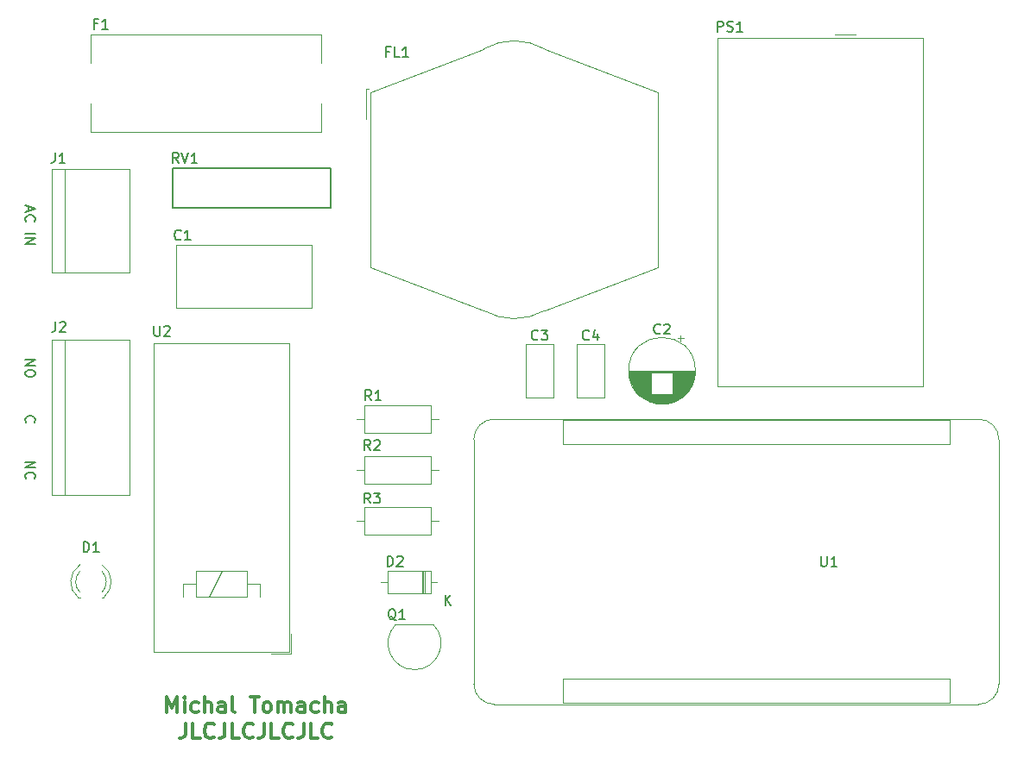
<source format=gto>
G04 #@! TF.GenerationSoftware,KiCad,Pcbnew,(5.1.10)-1*
G04 #@! TF.CreationDate,2021-12-02T13:22:16+01:00*
G04 #@! TF.ProjectId,brama,6272616d-612e-46b6-9963-61645f706362,rev?*
G04 #@! TF.SameCoordinates,Original*
G04 #@! TF.FileFunction,Legend,Top*
G04 #@! TF.FilePolarity,Positive*
%FSLAX46Y46*%
G04 Gerber Fmt 4.6, Leading zero omitted, Abs format (unit mm)*
G04 Created by KiCad (PCBNEW (5.1.10)-1) date 2021-12-02 13:22:16*
%MOMM*%
%LPD*%
G01*
G04 APERTURE LIST*
%ADD10C,0.300000*%
%ADD11C,0.150000*%
%ADD12C,0.120000*%
%ADD13C,3.200000*%
%ADD14C,1.600000*%
%ADD15C,3.000000*%
%ADD16R,3.000000X3.000000*%
%ADD17O,1.600000X1.600000*%
%ADD18C,1.524000*%
%ADD19R,1.524000X1.524000*%
%ADD20R,1.050000X1.500000*%
%ADD21O,1.050000X1.500000*%
%ADD22C,2.300000*%
%ADD23R,2.000000X2.300000*%
%ADD24C,2.000000*%
%ADD25R,2.000000X2.000000*%
%ADD26C,2.540000*%
%ADD27C,1.800000*%
%ADD28R,1.600000X1.600000*%
%ADD29R,1.800000X1.800000*%
G04 APERTURE END LIST*
D10*
X167450000Y-99803571D02*
X167450000Y-98303571D01*
X167950000Y-99375000D01*
X168450000Y-98303571D01*
X168450000Y-99803571D01*
X169164285Y-99803571D02*
X169164285Y-98803571D01*
X169164285Y-98303571D02*
X169092857Y-98375000D01*
X169164285Y-98446428D01*
X169235714Y-98375000D01*
X169164285Y-98303571D01*
X169164285Y-98446428D01*
X170521428Y-99732142D02*
X170378571Y-99803571D01*
X170092857Y-99803571D01*
X169950000Y-99732142D01*
X169878571Y-99660714D01*
X169807142Y-99517857D01*
X169807142Y-99089285D01*
X169878571Y-98946428D01*
X169950000Y-98875000D01*
X170092857Y-98803571D01*
X170378571Y-98803571D01*
X170521428Y-98875000D01*
X171164285Y-99803571D02*
X171164285Y-98303571D01*
X171807142Y-99803571D02*
X171807142Y-99017857D01*
X171735714Y-98875000D01*
X171592857Y-98803571D01*
X171378571Y-98803571D01*
X171235714Y-98875000D01*
X171164285Y-98946428D01*
X173164285Y-99803571D02*
X173164285Y-99017857D01*
X173092857Y-98875000D01*
X172950000Y-98803571D01*
X172664285Y-98803571D01*
X172521428Y-98875000D01*
X173164285Y-99732142D02*
X173021428Y-99803571D01*
X172664285Y-99803571D01*
X172521428Y-99732142D01*
X172450000Y-99589285D01*
X172450000Y-99446428D01*
X172521428Y-99303571D01*
X172664285Y-99232142D01*
X173021428Y-99232142D01*
X173164285Y-99160714D01*
X174092857Y-99803571D02*
X173950000Y-99732142D01*
X173878571Y-99589285D01*
X173878571Y-98303571D01*
X175592857Y-98303571D02*
X176450000Y-98303571D01*
X176021428Y-99803571D02*
X176021428Y-98303571D01*
X177164285Y-99803571D02*
X177021428Y-99732142D01*
X176950000Y-99660714D01*
X176878571Y-99517857D01*
X176878571Y-99089285D01*
X176950000Y-98946428D01*
X177021428Y-98875000D01*
X177164285Y-98803571D01*
X177378571Y-98803571D01*
X177521428Y-98875000D01*
X177592857Y-98946428D01*
X177664285Y-99089285D01*
X177664285Y-99517857D01*
X177592857Y-99660714D01*
X177521428Y-99732142D01*
X177378571Y-99803571D01*
X177164285Y-99803571D01*
X178307142Y-99803571D02*
X178307142Y-98803571D01*
X178307142Y-98946428D02*
X178378571Y-98875000D01*
X178521428Y-98803571D01*
X178735714Y-98803571D01*
X178878571Y-98875000D01*
X178950000Y-99017857D01*
X178950000Y-99803571D01*
X178950000Y-99017857D02*
X179021428Y-98875000D01*
X179164285Y-98803571D01*
X179378571Y-98803571D01*
X179521428Y-98875000D01*
X179592857Y-99017857D01*
X179592857Y-99803571D01*
X180950000Y-99803571D02*
X180950000Y-99017857D01*
X180878571Y-98875000D01*
X180735714Y-98803571D01*
X180450000Y-98803571D01*
X180307142Y-98875000D01*
X180950000Y-99732142D02*
X180807142Y-99803571D01*
X180450000Y-99803571D01*
X180307142Y-99732142D01*
X180235714Y-99589285D01*
X180235714Y-99446428D01*
X180307142Y-99303571D01*
X180450000Y-99232142D01*
X180807142Y-99232142D01*
X180950000Y-99160714D01*
X182307142Y-99732142D02*
X182164285Y-99803571D01*
X181878571Y-99803571D01*
X181735714Y-99732142D01*
X181664285Y-99660714D01*
X181592857Y-99517857D01*
X181592857Y-99089285D01*
X181664285Y-98946428D01*
X181735714Y-98875000D01*
X181878571Y-98803571D01*
X182164285Y-98803571D01*
X182307142Y-98875000D01*
X182950000Y-99803571D02*
X182950000Y-98303571D01*
X183592857Y-99803571D02*
X183592857Y-99017857D01*
X183521428Y-98875000D01*
X183378571Y-98803571D01*
X183164285Y-98803571D01*
X183021428Y-98875000D01*
X182950000Y-98946428D01*
X184950000Y-99803571D02*
X184950000Y-99017857D01*
X184878571Y-98875000D01*
X184735714Y-98803571D01*
X184450000Y-98803571D01*
X184307142Y-98875000D01*
X184950000Y-99732142D02*
X184807142Y-99803571D01*
X184450000Y-99803571D01*
X184307142Y-99732142D01*
X184235714Y-99589285D01*
X184235714Y-99446428D01*
X184307142Y-99303571D01*
X184450000Y-99232142D01*
X184807142Y-99232142D01*
X184950000Y-99160714D01*
X169271428Y-100853571D02*
X169271428Y-101925000D01*
X169200000Y-102139285D01*
X169057142Y-102282142D01*
X168842857Y-102353571D01*
X168700000Y-102353571D01*
X170700000Y-102353571D02*
X169985714Y-102353571D01*
X169985714Y-100853571D01*
X172057142Y-102210714D02*
X171985714Y-102282142D01*
X171771428Y-102353571D01*
X171628571Y-102353571D01*
X171414285Y-102282142D01*
X171271428Y-102139285D01*
X171200000Y-101996428D01*
X171128571Y-101710714D01*
X171128571Y-101496428D01*
X171200000Y-101210714D01*
X171271428Y-101067857D01*
X171414285Y-100925000D01*
X171628571Y-100853571D01*
X171771428Y-100853571D01*
X171985714Y-100925000D01*
X172057142Y-100996428D01*
X173128571Y-100853571D02*
X173128571Y-101925000D01*
X173057142Y-102139285D01*
X172914285Y-102282142D01*
X172700000Y-102353571D01*
X172557142Y-102353571D01*
X174557142Y-102353571D02*
X173842857Y-102353571D01*
X173842857Y-100853571D01*
X175914285Y-102210714D02*
X175842857Y-102282142D01*
X175628571Y-102353571D01*
X175485714Y-102353571D01*
X175271428Y-102282142D01*
X175128571Y-102139285D01*
X175057142Y-101996428D01*
X174985714Y-101710714D01*
X174985714Y-101496428D01*
X175057142Y-101210714D01*
X175128571Y-101067857D01*
X175271428Y-100925000D01*
X175485714Y-100853571D01*
X175628571Y-100853571D01*
X175842857Y-100925000D01*
X175914285Y-100996428D01*
X176985714Y-100853571D02*
X176985714Y-101925000D01*
X176914285Y-102139285D01*
X176771428Y-102282142D01*
X176557142Y-102353571D01*
X176414285Y-102353571D01*
X178414285Y-102353571D02*
X177700000Y-102353571D01*
X177700000Y-100853571D01*
X179771428Y-102210714D02*
X179700000Y-102282142D01*
X179485714Y-102353571D01*
X179342857Y-102353571D01*
X179128571Y-102282142D01*
X178985714Y-102139285D01*
X178914285Y-101996428D01*
X178842857Y-101710714D01*
X178842857Y-101496428D01*
X178914285Y-101210714D01*
X178985714Y-101067857D01*
X179128571Y-100925000D01*
X179342857Y-100853571D01*
X179485714Y-100853571D01*
X179700000Y-100925000D01*
X179771428Y-100996428D01*
X180842857Y-100853571D02*
X180842857Y-101925000D01*
X180771428Y-102139285D01*
X180628571Y-102282142D01*
X180414285Y-102353571D01*
X180271428Y-102353571D01*
X182271428Y-102353571D02*
X181557142Y-102353571D01*
X181557142Y-100853571D01*
X183628571Y-102210714D02*
X183557142Y-102282142D01*
X183342857Y-102353571D01*
X183200000Y-102353571D01*
X182985714Y-102282142D01*
X182842857Y-102139285D01*
X182771428Y-101996428D01*
X182700000Y-101710714D01*
X182700000Y-101496428D01*
X182771428Y-101210714D01*
X182842857Y-101067857D01*
X182985714Y-100925000D01*
X183200000Y-100853571D01*
X183342857Y-100853571D01*
X183557142Y-100925000D01*
X183628571Y-100996428D01*
D11*
X153642857Y-71309523D02*
X153595238Y-71261904D01*
X153547619Y-71119047D01*
X153547619Y-71023809D01*
X153595238Y-70880952D01*
X153690476Y-70785714D01*
X153785714Y-70738095D01*
X153976190Y-70690476D01*
X154119047Y-70690476D01*
X154309523Y-70738095D01*
X154404761Y-70785714D01*
X154500000Y-70880952D01*
X154547619Y-71023809D01*
X154547619Y-71119047D01*
X154500000Y-71261904D01*
X154452380Y-71309523D01*
X153547619Y-65190476D02*
X154547619Y-65190476D01*
X153547619Y-65761904D01*
X154547619Y-65761904D01*
X154547619Y-66428571D02*
X154547619Y-66619047D01*
X154500000Y-66714285D01*
X154404761Y-66809523D01*
X154214285Y-66857142D01*
X153880952Y-66857142D01*
X153690476Y-66809523D01*
X153595238Y-66714285D01*
X153547619Y-66619047D01*
X153547619Y-66428571D01*
X153595238Y-66333333D01*
X153690476Y-66238095D01*
X153880952Y-66190476D01*
X154214285Y-66190476D01*
X154404761Y-66238095D01*
X154500000Y-66333333D01*
X154547619Y-66428571D01*
X153547619Y-75214285D02*
X154547619Y-75214285D01*
X153547619Y-75785714D01*
X154547619Y-75785714D01*
X153642857Y-76833333D02*
X153595238Y-76785714D01*
X153547619Y-76642857D01*
X153547619Y-76547619D01*
X153595238Y-76404761D01*
X153690476Y-76309523D01*
X153785714Y-76261904D01*
X153976190Y-76214285D01*
X154119047Y-76214285D01*
X154309523Y-76261904D01*
X154404761Y-76309523D01*
X154500000Y-76404761D01*
X154547619Y-76547619D01*
X154547619Y-76642857D01*
X154500000Y-76785714D01*
X154452380Y-76833333D01*
X153833333Y-50119047D02*
X153833333Y-50595238D01*
X153547619Y-50023809D02*
X154547619Y-50357142D01*
X153547619Y-50690476D01*
X153642857Y-51595238D02*
X153595238Y-51547619D01*
X153547619Y-51404761D01*
X153547619Y-51309523D01*
X153595238Y-51166666D01*
X153690476Y-51071428D01*
X153785714Y-51023809D01*
X153976190Y-50976190D01*
X154119047Y-50976190D01*
X154309523Y-51023809D01*
X154404761Y-51071428D01*
X154500000Y-51166666D01*
X154547619Y-51309523D01*
X154547619Y-51404761D01*
X154500000Y-51547619D01*
X154452380Y-51595238D01*
X153547619Y-52785714D02*
X154547619Y-52785714D01*
X153547619Y-53261904D02*
X154547619Y-53261904D01*
X153547619Y-53833333D01*
X154547619Y-53833333D01*
D12*
X210370000Y-68870000D02*
X207630000Y-68870000D01*
X210370000Y-63630000D02*
X207630000Y-63630000D01*
X207630000Y-63630000D02*
X207630000Y-68870000D01*
X210370000Y-63630000D02*
X210370000Y-68870000D01*
X205370000Y-68870000D02*
X202630000Y-68870000D01*
X205370000Y-63630000D02*
X202630000Y-63630000D01*
X202630000Y-63630000D02*
X202630000Y-68870000D01*
X205370000Y-63630000D02*
X205370000Y-68870000D01*
X156190000Y-46460000D02*
X156190000Y-56620000D01*
X163810000Y-46460000D02*
X156190000Y-46460000D01*
X163810000Y-56620000D02*
X163810000Y-46460000D01*
X156190000Y-56620000D02*
X163810000Y-56620000D01*
X157460000Y-56620000D02*
X157460000Y-46460000D01*
X194120000Y-76000000D02*
X193350000Y-76000000D01*
X186040000Y-76000000D02*
X186810000Y-76000000D01*
X193350000Y-74630000D02*
X186810000Y-74630000D01*
X193350000Y-77370000D02*
X193350000Y-74630000D01*
X186810000Y-77370000D02*
X193350000Y-77370000D01*
X186810000Y-74630000D02*
X186810000Y-77370000D01*
X193350000Y-72370000D02*
X193350000Y-69630000D01*
X193350000Y-69630000D02*
X186810000Y-69630000D01*
X186810000Y-69630000D02*
X186810000Y-72370000D01*
X186810000Y-72370000D02*
X193350000Y-72370000D01*
X194120000Y-71000000D02*
X193350000Y-71000000D01*
X186040000Y-71000000D02*
X186810000Y-71000000D01*
X206250000Y-98890000D02*
X206250000Y-96510000D01*
X206250000Y-96510000D02*
X244190000Y-96510000D01*
X244190000Y-98890000D02*
X206250000Y-98890000D01*
X244190000Y-96510000D02*
X244190000Y-98890000D01*
X206250000Y-71110000D02*
X244190000Y-71110000D01*
X206250000Y-73490000D02*
X206250000Y-71110000D01*
X244190000Y-73490000D02*
X206250000Y-73490000D01*
X244190000Y-71110000D02*
X244190000Y-73490000D01*
X199540000Y-99000000D02*
X247040000Y-99000000D01*
X247040000Y-71000000D02*
X199540000Y-71000000D01*
X197540000Y-73000000D02*
X197540000Y-97000000D01*
X249040000Y-73000000D02*
X249040000Y-97000000D01*
X199540000Y-99000000D02*
G75*
G02*
X197540000Y-97000000I0J2000000D01*
G01*
X197540000Y-73000000D02*
G75*
G02*
X199540000Y-71000000I2000000J0D01*
G01*
X247040000Y-71000000D02*
G75*
G02*
X249040000Y-73000000I0J-2000000D01*
G01*
X249040000Y-97000000D02*
G75*
G02*
X247040000Y-99000000I-2000000J0D01*
G01*
X193530000Y-91150000D02*
X189930000Y-91150000D01*
X189891522Y-91161522D02*
G75*
G03*
X191730000Y-95600000I1838478J-1838478D01*
G01*
X193568478Y-91161522D02*
G75*
G02*
X191730000Y-95600000I-1838478J-1838478D01*
G01*
X156190000Y-63210000D02*
X163810000Y-63210000D01*
X156190000Y-78450000D02*
X163810000Y-78450000D01*
X157460000Y-63210000D02*
X157460000Y-78450000D01*
X163810000Y-63210000D02*
X163810000Y-78450000D01*
X156190000Y-63210000D02*
X156190000Y-78450000D01*
X235000000Y-33210000D02*
X232990000Y-33210000D01*
X241600000Y-67800000D02*
X241600000Y-33600000D01*
X221400000Y-67800000D02*
X241600000Y-67800000D01*
X221400000Y-33600000D02*
X221400000Y-67800000D01*
X241600000Y-33600000D02*
X221400000Y-33600000D01*
X187380000Y-38910000D02*
X198500000Y-34660000D01*
X204500000Y-34660000D02*
X215620000Y-38910000D01*
X215620000Y-38910000D02*
X215620000Y-56090000D01*
X215620000Y-56090000D02*
X204500000Y-60340000D01*
X198500000Y-60340000D02*
X187380000Y-56090000D01*
X187380000Y-56090000D02*
X187380000Y-38910000D01*
X187000000Y-38580000D02*
X187250000Y-38580000D01*
X187000000Y-38580000D02*
X187000000Y-41580000D01*
X198479348Y-60328076D02*
G75*
G03*
X204500000Y-60340000I3020652J5208076D01*
G01*
X204520652Y-34671924D02*
G75*
G03*
X198500000Y-34660000I-3020652J-5208076D01*
G01*
X171540000Y-88460000D02*
X172810000Y-85920000D01*
X170270000Y-88460000D02*
X170270000Y-85920000D01*
X176560000Y-87210000D02*
X176560000Y-88460000D01*
X175290000Y-87190000D02*
X176560000Y-87190000D01*
X175290000Y-85920000D02*
X170270000Y-85920000D01*
X175290000Y-88460000D02*
X175290000Y-85920000D01*
X170270000Y-88460000D02*
X175290000Y-88460000D01*
X169000000Y-87190000D02*
X170270000Y-87190000D01*
X169000000Y-88460000D02*
X169000000Y-87190000D01*
X179610000Y-94050000D02*
X177660000Y-94050000D01*
X179610000Y-92100000D02*
X179610000Y-94050000D01*
X166150000Y-93850000D02*
X166150000Y-63550000D01*
X166150000Y-63550000D02*
X179410000Y-63550000D01*
X166150000Y-93850000D02*
X179410000Y-93850000D01*
X179410000Y-93850000D02*
X179410000Y-63550000D01*
D11*
X183500000Y-46350000D02*
X168000000Y-46350000D01*
X183500000Y-50250000D02*
X168000000Y-50250000D01*
X168000000Y-50250000D02*
X168000000Y-46350000D01*
X183500000Y-50250000D02*
X183500000Y-46350000D01*
D12*
X193350000Y-82370000D02*
X193350000Y-79630000D01*
X193350000Y-79630000D02*
X186810000Y-79630000D01*
X186810000Y-79630000D02*
X186810000Y-82370000D01*
X186810000Y-82370000D02*
X193350000Y-82370000D01*
X194120000Y-81000000D02*
X193350000Y-81000000D01*
X186040000Y-81000000D02*
X186810000Y-81000000D01*
X182600000Y-42800000D02*
X182600000Y-40000000D01*
X182600000Y-36000000D02*
X182600000Y-33200000D01*
X160000000Y-36000000D02*
X160000000Y-33200000D01*
X160000000Y-33200000D02*
X182600000Y-33200000D01*
X160000000Y-42800000D02*
X182600000Y-42800000D01*
X160000000Y-42800000D02*
X160000000Y-40000000D01*
X193310000Y-88120000D02*
X193310000Y-85880000D01*
X193310000Y-85880000D02*
X189070000Y-85880000D01*
X189070000Y-85880000D02*
X189070000Y-88120000D01*
X189070000Y-88120000D02*
X193310000Y-88120000D01*
X193960000Y-87000000D02*
X193310000Y-87000000D01*
X188420000Y-87000000D02*
X189070000Y-87000000D01*
X192590000Y-88120000D02*
X192590000Y-85880000D01*
X192470000Y-88120000D02*
X192470000Y-85880000D01*
X192710000Y-88120000D02*
X192710000Y-85880000D01*
X158764000Y-88540000D02*
X158920000Y-88540000D01*
X161080000Y-88540000D02*
X161236000Y-88540000D01*
X161079837Y-85938870D02*
G75*
G02*
X161080000Y-88020961I-1079837J-1041130D01*
G01*
X158920163Y-85938870D02*
G75*
G03*
X158920000Y-88020961I1079837J-1041130D01*
G01*
X161078608Y-85307665D02*
G75*
G02*
X161235516Y-88540000I-1078608J-1672335D01*
G01*
X158921392Y-85307665D02*
G75*
G03*
X158764484Y-88540000I1078608J-1672335D01*
G01*
X219270000Y-66250000D02*
G75*
G03*
X219270000Y-66250000I-3270000J0D01*
G01*
X219230000Y-66250000D02*
X212770000Y-66250000D01*
X219230000Y-66290000D02*
X212770000Y-66290000D01*
X219230000Y-66330000D02*
X212770000Y-66330000D01*
X219228000Y-66370000D02*
X212772000Y-66370000D01*
X219227000Y-66410000D02*
X212773000Y-66410000D01*
X219224000Y-66450000D02*
X212776000Y-66450000D01*
X219222000Y-66490000D02*
X217040000Y-66490000D01*
X214960000Y-66490000D02*
X212778000Y-66490000D01*
X219218000Y-66530000D02*
X217040000Y-66530000D01*
X214960000Y-66530000D02*
X212782000Y-66530000D01*
X219215000Y-66570000D02*
X217040000Y-66570000D01*
X214960000Y-66570000D02*
X212785000Y-66570000D01*
X219211000Y-66610000D02*
X217040000Y-66610000D01*
X214960000Y-66610000D02*
X212789000Y-66610000D01*
X219206000Y-66650000D02*
X217040000Y-66650000D01*
X214960000Y-66650000D02*
X212794000Y-66650000D01*
X219201000Y-66690000D02*
X217040000Y-66690000D01*
X214960000Y-66690000D02*
X212799000Y-66690000D01*
X219195000Y-66730000D02*
X217040000Y-66730000D01*
X214960000Y-66730000D02*
X212805000Y-66730000D01*
X219189000Y-66770000D02*
X217040000Y-66770000D01*
X214960000Y-66770000D02*
X212811000Y-66770000D01*
X219182000Y-66810000D02*
X217040000Y-66810000D01*
X214960000Y-66810000D02*
X212818000Y-66810000D01*
X219175000Y-66850000D02*
X217040000Y-66850000D01*
X214960000Y-66850000D02*
X212825000Y-66850000D01*
X219167000Y-66890000D02*
X217040000Y-66890000D01*
X214960000Y-66890000D02*
X212833000Y-66890000D01*
X219159000Y-66930000D02*
X217040000Y-66930000D01*
X214960000Y-66930000D02*
X212841000Y-66930000D01*
X219150000Y-66971000D02*
X217040000Y-66971000D01*
X214960000Y-66971000D02*
X212850000Y-66971000D01*
X219141000Y-67011000D02*
X217040000Y-67011000D01*
X214960000Y-67011000D02*
X212859000Y-67011000D01*
X219131000Y-67051000D02*
X217040000Y-67051000D01*
X214960000Y-67051000D02*
X212869000Y-67051000D01*
X219121000Y-67091000D02*
X217040000Y-67091000D01*
X214960000Y-67091000D02*
X212879000Y-67091000D01*
X219110000Y-67131000D02*
X217040000Y-67131000D01*
X214960000Y-67131000D02*
X212890000Y-67131000D01*
X219098000Y-67171000D02*
X217040000Y-67171000D01*
X214960000Y-67171000D02*
X212902000Y-67171000D01*
X219086000Y-67211000D02*
X217040000Y-67211000D01*
X214960000Y-67211000D02*
X212914000Y-67211000D01*
X219074000Y-67251000D02*
X217040000Y-67251000D01*
X214960000Y-67251000D02*
X212926000Y-67251000D01*
X219061000Y-67291000D02*
X217040000Y-67291000D01*
X214960000Y-67291000D02*
X212939000Y-67291000D01*
X219047000Y-67331000D02*
X217040000Y-67331000D01*
X214960000Y-67331000D02*
X212953000Y-67331000D01*
X219033000Y-67371000D02*
X217040000Y-67371000D01*
X214960000Y-67371000D02*
X212967000Y-67371000D01*
X219018000Y-67411000D02*
X217040000Y-67411000D01*
X214960000Y-67411000D02*
X212982000Y-67411000D01*
X219002000Y-67451000D02*
X217040000Y-67451000D01*
X214960000Y-67451000D02*
X212998000Y-67451000D01*
X218986000Y-67491000D02*
X217040000Y-67491000D01*
X214960000Y-67491000D02*
X213014000Y-67491000D01*
X218970000Y-67531000D02*
X217040000Y-67531000D01*
X214960000Y-67531000D02*
X213030000Y-67531000D01*
X218952000Y-67571000D02*
X217040000Y-67571000D01*
X214960000Y-67571000D02*
X213048000Y-67571000D01*
X218934000Y-67611000D02*
X217040000Y-67611000D01*
X214960000Y-67611000D02*
X213066000Y-67611000D01*
X218916000Y-67651000D02*
X217040000Y-67651000D01*
X214960000Y-67651000D02*
X213084000Y-67651000D01*
X218896000Y-67691000D02*
X217040000Y-67691000D01*
X214960000Y-67691000D02*
X213104000Y-67691000D01*
X218876000Y-67731000D02*
X217040000Y-67731000D01*
X214960000Y-67731000D02*
X213124000Y-67731000D01*
X218856000Y-67771000D02*
X217040000Y-67771000D01*
X214960000Y-67771000D02*
X213144000Y-67771000D01*
X218834000Y-67811000D02*
X217040000Y-67811000D01*
X214960000Y-67811000D02*
X213166000Y-67811000D01*
X218812000Y-67851000D02*
X217040000Y-67851000D01*
X214960000Y-67851000D02*
X213188000Y-67851000D01*
X218790000Y-67891000D02*
X217040000Y-67891000D01*
X214960000Y-67891000D02*
X213210000Y-67891000D01*
X218766000Y-67931000D02*
X217040000Y-67931000D01*
X214960000Y-67931000D02*
X213234000Y-67931000D01*
X218742000Y-67971000D02*
X217040000Y-67971000D01*
X214960000Y-67971000D02*
X213258000Y-67971000D01*
X218716000Y-68011000D02*
X217040000Y-68011000D01*
X214960000Y-68011000D02*
X213284000Y-68011000D01*
X218690000Y-68051000D02*
X217040000Y-68051000D01*
X214960000Y-68051000D02*
X213310000Y-68051000D01*
X218664000Y-68091000D02*
X217040000Y-68091000D01*
X214960000Y-68091000D02*
X213336000Y-68091000D01*
X218636000Y-68131000D02*
X217040000Y-68131000D01*
X214960000Y-68131000D02*
X213364000Y-68131000D01*
X218607000Y-68171000D02*
X217040000Y-68171000D01*
X214960000Y-68171000D02*
X213393000Y-68171000D01*
X218578000Y-68211000D02*
X217040000Y-68211000D01*
X214960000Y-68211000D02*
X213422000Y-68211000D01*
X218548000Y-68251000D02*
X217040000Y-68251000D01*
X214960000Y-68251000D02*
X213452000Y-68251000D01*
X218516000Y-68291000D02*
X217040000Y-68291000D01*
X214960000Y-68291000D02*
X213484000Y-68291000D01*
X218484000Y-68331000D02*
X217040000Y-68331000D01*
X214960000Y-68331000D02*
X213516000Y-68331000D01*
X218450000Y-68371000D02*
X217040000Y-68371000D01*
X214960000Y-68371000D02*
X213550000Y-68371000D01*
X218416000Y-68411000D02*
X217040000Y-68411000D01*
X214960000Y-68411000D02*
X213584000Y-68411000D01*
X218380000Y-68451000D02*
X217040000Y-68451000D01*
X214960000Y-68451000D02*
X213620000Y-68451000D01*
X218343000Y-68491000D02*
X217040000Y-68491000D01*
X214960000Y-68491000D02*
X213657000Y-68491000D01*
X218305000Y-68531000D02*
X217040000Y-68531000D01*
X214960000Y-68531000D02*
X213695000Y-68531000D01*
X218265000Y-68571000D02*
X213735000Y-68571000D01*
X218224000Y-68611000D02*
X213776000Y-68611000D01*
X218182000Y-68651000D02*
X213818000Y-68651000D01*
X218137000Y-68691000D02*
X213863000Y-68691000D01*
X218092000Y-68731000D02*
X213908000Y-68731000D01*
X218044000Y-68771000D02*
X213956000Y-68771000D01*
X217995000Y-68811000D02*
X214005000Y-68811000D01*
X217944000Y-68851000D02*
X214056000Y-68851000D01*
X217890000Y-68891000D02*
X214110000Y-68891000D01*
X217834000Y-68931000D02*
X214166000Y-68931000D01*
X217776000Y-68971000D02*
X214224000Y-68971000D01*
X217714000Y-69011000D02*
X214286000Y-69011000D01*
X217650000Y-69051000D02*
X214350000Y-69051000D01*
X217581000Y-69091000D02*
X214419000Y-69091000D01*
X217509000Y-69131000D02*
X214491000Y-69131000D01*
X217432000Y-69171000D02*
X214568000Y-69171000D01*
X217350000Y-69211000D02*
X214650000Y-69211000D01*
X217262000Y-69251000D02*
X214738000Y-69251000D01*
X217165000Y-69291000D02*
X214835000Y-69291000D01*
X217059000Y-69331000D02*
X214941000Y-69331000D01*
X216940000Y-69371000D02*
X215060000Y-69371000D01*
X216802000Y-69411000D02*
X215198000Y-69411000D01*
X216633000Y-69451000D02*
X215367000Y-69451000D01*
X216402000Y-69491000D02*
X215598000Y-69491000D01*
X217839000Y-62749759D02*
X217839000Y-63379759D01*
X218154000Y-63064759D02*
X217524000Y-63064759D01*
X168380000Y-60120000D02*
X168380000Y-53880000D01*
X181620000Y-60120000D02*
X181620000Y-53880000D01*
X181620000Y-53880000D02*
X168380000Y-53880000D01*
X181620000Y-60120000D02*
X168380000Y-60120000D01*
D11*
X208833333Y-63157142D02*
X208785714Y-63204761D01*
X208642857Y-63252380D01*
X208547619Y-63252380D01*
X208404761Y-63204761D01*
X208309523Y-63109523D01*
X208261904Y-63014285D01*
X208214285Y-62823809D01*
X208214285Y-62680952D01*
X208261904Y-62490476D01*
X208309523Y-62395238D01*
X208404761Y-62300000D01*
X208547619Y-62252380D01*
X208642857Y-62252380D01*
X208785714Y-62300000D01*
X208833333Y-62347619D01*
X209690476Y-62585714D02*
X209690476Y-63252380D01*
X209452380Y-62204761D02*
X209214285Y-62919047D01*
X209833333Y-62919047D01*
X203833333Y-63157142D02*
X203785714Y-63204761D01*
X203642857Y-63252380D01*
X203547619Y-63252380D01*
X203404761Y-63204761D01*
X203309523Y-63109523D01*
X203261904Y-63014285D01*
X203214285Y-62823809D01*
X203214285Y-62680952D01*
X203261904Y-62490476D01*
X203309523Y-62395238D01*
X203404761Y-62300000D01*
X203547619Y-62252380D01*
X203642857Y-62252380D01*
X203785714Y-62300000D01*
X203833333Y-62347619D01*
X204166666Y-62252380D02*
X204785714Y-62252380D01*
X204452380Y-62633333D01*
X204595238Y-62633333D01*
X204690476Y-62680952D01*
X204738095Y-62728571D01*
X204785714Y-62823809D01*
X204785714Y-63061904D01*
X204738095Y-63157142D01*
X204690476Y-63204761D01*
X204595238Y-63252380D01*
X204309523Y-63252380D01*
X204214285Y-63204761D01*
X204166666Y-63157142D01*
X156466666Y-44852380D02*
X156466666Y-45566666D01*
X156419047Y-45709523D01*
X156323809Y-45804761D01*
X156180952Y-45852380D01*
X156085714Y-45852380D01*
X157466666Y-45852380D02*
X156895238Y-45852380D01*
X157180952Y-45852380D02*
X157180952Y-44852380D01*
X157085714Y-44995238D01*
X156990476Y-45090476D01*
X156895238Y-45138095D01*
X187393333Y-74052380D02*
X187060000Y-73576190D01*
X186821904Y-74052380D02*
X186821904Y-73052380D01*
X187202857Y-73052380D01*
X187298095Y-73100000D01*
X187345714Y-73147619D01*
X187393333Y-73242857D01*
X187393333Y-73385714D01*
X187345714Y-73480952D01*
X187298095Y-73528571D01*
X187202857Y-73576190D01*
X186821904Y-73576190D01*
X187774285Y-73147619D02*
X187821904Y-73100000D01*
X187917142Y-73052380D01*
X188155238Y-73052380D01*
X188250476Y-73100000D01*
X188298095Y-73147619D01*
X188345714Y-73242857D01*
X188345714Y-73338095D01*
X188298095Y-73480952D01*
X187726666Y-74052380D01*
X188345714Y-74052380D01*
X187493333Y-69152380D02*
X187160000Y-68676190D01*
X186921904Y-69152380D02*
X186921904Y-68152380D01*
X187302857Y-68152380D01*
X187398095Y-68200000D01*
X187445714Y-68247619D01*
X187493333Y-68342857D01*
X187493333Y-68485714D01*
X187445714Y-68580952D01*
X187398095Y-68628571D01*
X187302857Y-68676190D01*
X186921904Y-68676190D01*
X188445714Y-69152380D02*
X187874285Y-69152380D01*
X188160000Y-69152380D02*
X188160000Y-68152380D01*
X188064761Y-68295238D01*
X187969523Y-68390476D01*
X187874285Y-68438095D01*
X231588095Y-84452380D02*
X231588095Y-85261904D01*
X231635714Y-85357142D01*
X231683333Y-85404761D01*
X231778571Y-85452380D01*
X231969047Y-85452380D01*
X232064285Y-85404761D01*
X232111904Y-85357142D01*
X232159523Y-85261904D01*
X232159523Y-84452380D01*
X233159523Y-85452380D02*
X232588095Y-85452380D01*
X232873809Y-85452380D02*
X232873809Y-84452380D01*
X232778571Y-84595238D01*
X232683333Y-84690476D01*
X232588095Y-84738095D01*
X189904761Y-90747619D02*
X189809523Y-90700000D01*
X189714285Y-90604761D01*
X189571428Y-90461904D01*
X189476190Y-90414285D01*
X189380952Y-90414285D01*
X189428571Y-90652380D02*
X189333333Y-90604761D01*
X189238095Y-90509523D01*
X189190476Y-90319047D01*
X189190476Y-89985714D01*
X189238095Y-89795238D01*
X189333333Y-89700000D01*
X189428571Y-89652380D01*
X189619047Y-89652380D01*
X189714285Y-89700000D01*
X189809523Y-89795238D01*
X189857142Y-89985714D01*
X189857142Y-90319047D01*
X189809523Y-90509523D01*
X189714285Y-90604761D01*
X189619047Y-90652380D01*
X189428571Y-90652380D01*
X190809523Y-90652380D02*
X190238095Y-90652380D01*
X190523809Y-90652380D02*
X190523809Y-89652380D01*
X190428571Y-89795238D01*
X190333333Y-89890476D01*
X190238095Y-89938095D01*
X156516666Y-61452380D02*
X156516666Y-62166666D01*
X156469047Y-62309523D01*
X156373809Y-62404761D01*
X156230952Y-62452380D01*
X156135714Y-62452380D01*
X156945238Y-61547619D02*
X156992857Y-61500000D01*
X157088095Y-61452380D01*
X157326190Y-61452380D01*
X157421428Y-61500000D01*
X157469047Y-61547619D01*
X157516666Y-61642857D01*
X157516666Y-61738095D01*
X157469047Y-61880952D01*
X156897619Y-62452380D01*
X157516666Y-62452380D01*
X221435714Y-32952380D02*
X221435714Y-31952380D01*
X221816666Y-31952380D01*
X221911904Y-32000000D01*
X221959523Y-32047619D01*
X222007142Y-32142857D01*
X222007142Y-32285714D01*
X221959523Y-32380952D01*
X221911904Y-32428571D01*
X221816666Y-32476190D01*
X221435714Y-32476190D01*
X222388095Y-32904761D02*
X222530952Y-32952380D01*
X222769047Y-32952380D01*
X222864285Y-32904761D01*
X222911904Y-32857142D01*
X222959523Y-32761904D01*
X222959523Y-32666666D01*
X222911904Y-32571428D01*
X222864285Y-32523809D01*
X222769047Y-32476190D01*
X222578571Y-32428571D01*
X222483333Y-32380952D01*
X222435714Y-32333333D01*
X222388095Y-32238095D01*
X222388095Y-32142857D01*
X222435714Y-32047619D01*
X222483333Y-32000000D01*
X222578571Y-31952380D01*
X222816666Y-31952380D01*
X222959523Y-32000000D01*
X223911904Y-32952380D02*
X223340476Y-32952380D01*
X223626190Y-32952380D02*
X223626190Y-31952380D01*
X223530952Y-32095238D01*
X223435714Y-32190476D01*
X223340476Y-32238095D01*
X189261904Y-34928571D02*
X188928571Y-34928571D01*
X188928571Y-35452380D02*
X188928571Y-34452380D01*
X189404761Y-34452380D01*
X190261904Y-35452380D02*
X189785714Y-35452380D01*
X189785714Y-34452380D01*
X191119047Y-35452380D02*
X190547619Y-35452380D01*
X190833333Y-35452380D02*
X190833333Y-34452380D01*
X190738095Y-34595238D01*
X190642857Y-34690476D01*
X190547619Y-34738095D01*
X166188095Y-61852380D02*
X166188095Y-62661904D01*
X166235714Y-62757142D01*
X166283333Y-62804761D01*
X166378571Y-62852380D01*
X166569047Y-62852380D01*
X166664285Y-62804761D01*
X166711904Y-62757142D01*
X166759523Y-62661904D01*
X166759523Y-61852380D01*
X167188095Y-61947619D02*
X167235714Y-61900000D01*
X167330952Y-61852380D01*
X167569047Y-61852380D01*
X167664285Y-61900000D01*
X167711904Y-61947619D01*
X167759523Y-62042857D01*
X167759523Y-62138095D01*
X167711904Y-62280952D01*
X167140476Y-62852380D01*
X167759523Y-62852380D01*
X168604761Y-45852380D02*
X168271428Y-45376190D01*
X168033333Y-45852380D02*
X168033333Y-44852380D01*
X168414285Y-44852380D01*
X168509523Y-44900000D01*
X168557142Y-44947619D01*
X168604761Y-45042857D01*
X168604761Y-45185714D01*
X168557142Y-45280952D01*
X168509523Y-45328571D01*
X168414285Y-45376190D01*
X168033333Y-45376190D01*
X168890476Y-44852380D02*
X169223809Y-45852380D01*
X169557142Y-44852380D01*
X170414285Y-45852380D02*
X169842857Y-45852380D01*
X170128571Y-45852380D02*
X170128571Y-44852380D01*
X170033333Y-44995238D01*
X169938095Y-45090476D01*
X169842857Y-45138095D01*
X187393333Y-79252380D02*
X187060000Y-78776190D01*
X186821904Y-79252380D02*
X186821904Y-78252380D01*
X187202857Y-78252380D01*
X187298095Y-78300000D01*
X187345714Y-78347619D01*
X187393333Y-78442857D01*
X187393333Y-78585714D01*
X187345714Y-78680952D01*
X187298095Y-78728571D01*
X187202857Y-78776190D01*
X186821904Y-78776190D01*
X187726666Y-78252380D02*
X188345714Y-78252380D01*
X188012380Y-78633333D01*
X188155238Y-78633333D01*
X188250476Y-78680952D01*
X188298095Y-78728571D01*
X188345714Y-78823809D01*
X188345714Y-79061904D01*
X188298095Y-79157142D01*
X188250476Y-79204761D01*
X188155238Y-79252380D01*
X187869523Y-79252380D01*
X187774285Y-79204761D01*
X187726666Y-79157142D01*
X160616666Y-32178571D02*
X160283333Y-32178571D01*
X160283333Y-32702380D02*
X160283333Y-31702380D01*
X160759523Y-31702380D01*
X161664285Y-32702380D02*
X161092857Y-32702380D01*
X161378571Y-32702380D02*
X161378571Y-31702380D01*
X161283333Y-31845238D01*
X161188095Y-31940476D01*
X161092857Y-31988095D01*
X189061904Y-85452380D02*
X189061904Y-84452380D01*
X189300000Y-84452380D01*
X189442857Y-84500000D01*
X189538095Y-84595238D01*
X189585714Y-84690476D01*
X189633333Y-84880952D01*
X189633333Y-85023809D01*
X189585714Y-85214285D01*
X189538095Y-85309523D01*
X189442857Y-85404761D01*
X189300000Y-85452380D01*
X189061904Y-85452380D01*
X190014285Y-84547619D02*
X190061904Y-84500000D01*
X190157142Y-84452380D01*
X190395238Y-84452380D01*
X190490476Y-84500000D01*
X190538095Y-84547619D01*
X190585714Y-84642857D01*
X190585714Y-84738095D01*
X190538095Y-84880952D01*
X189966666Y-85452380D01*
X190585714Y-85452380D01*
X194738095Y-89252380D02*
X194738095Y-88252380D01*
X195309523Y-89252380D02*
X194880952Y-88680952D01*
X195309523Y-88252380D02*
X194738095Y-88823809D01*
X159261904Y-84052380D02*
X159261904Y-83052380D01*
X159500000Y-83052380D01*
X159642857Y-83100000D01*
X159738095Y-83195238D01*
X159785714Y-83290476D01*
X159833333Y-83480952D01*
X159833333Y-83623809D01*
X159785714Y-83814285D01*
X159738095Y-83909523D01*
X159642857Y-84004761D01*
X159500000Y-84052380D01*
X159261904Y-84052380D01*
X160785714Y-84052380D02*
X160214285Y-84052380D01*
X160500000Y-84052380D02*
X160500000Y-83052380D01*
X160404761Y-83195238D01*
X160309523Y-83290476D01*
X160214285Y-83338095D01*
X215833333Y-62557142D02*
X215785714Y-62604761D01*
X215642857Y-62652380D01*
X215547619Y-62652380D01*
X215404761Y-62604761D01*
X215309523Y-62509523D01*
X215261904Y-62414285D01*
X215214285Y-62223809D01*
X215214285Y-62080952D01*
X215261904Y-61890476D01*
X215309523Y-61795238D01*
X215404761Y-61700000D01*
X215547619Y-61652380D01*
X215642857Y-61652380D01*
X215785714Y-61700000D01*
X215833333Y-61747619D01*
X216214285Y-61747619D02*
X216261904Y-61700000D01*
X216357142Y-61652380D01*
X216595238Y-61652380D01*
X216690476Y-61700000D01*
X216738095Y-61747619D01*
X216785714Y-61842857D01*
X216785714Y-61938095D01*
X216738095Y-62080952D01*
X216166666Y-62652380D01*
X216785714Y-62652380D01*
X168823333Y-53337142D02*
X168775714Y-53384761D01*
X168632857Y-53432380D01*
X168537619Y-53432380D01*
X168394761Y-53384761D01*
X168299523Y-53289523D01*
X168251904Y-53194285D01*
X168204285Y-53003809D01*
X168204285Y-52860952D01*
X168251904Y-52670476D01*
X168299523Y-52575238D01*
X168394761Y-52480000D01*
X168537619Y-52432380D01*
X168632857Y-52432380D01*
X168775714Y-52480000D01*
X168823333Y-52527619D01*
X169775714Y-53432380D02*
X169204285Y-53432380D01*
X169490000Y-53432380D02*
X169490000Y-52432380D01*
X169394761Y-52575238D01*
X169299523Y-52670476D01*
X169204285Y-52718095D01*
%LPC*%
D13*
X246000000Y-103000000D03*
D14*
X209000000Y-67500000D03*
X209000000Y-65000000D03*
X204000000Y-67500000D03*
X204000000Y-65000000D03*
D15*
X160000000Y-54080000D03*
D16*
X160000000Y-49000000D03*
D14*
X185000000Y-76000000D03*
D17*
X195160000Y-76000000D03*
X185000000Y-71000000D03*
D14*
X195160000Y-71000000D03*
D13*
X154000000Y-103000000D03*
X154000000Y-34000000D03*
X246000000Y-34000000D03*
D18*
X243000000Y-97700000D03*
X240460000Y-97700000D03*
X237920000Y-97700000D03*
X235380000Y-97700000D03*
X232840000Y-97700000D03*
X230300000Y-97700000D03*
X227760000Y-97700000D03*
X225220000Y-97700000D03*
X222680000Y-97700000D03*
X220140000Y-97700000D03*
X217600000Y-97700000D03*
X215060000Y-97700000D03*
X212520000Y-97700000D03*
X209980000Y-97700000D03*
X207440000Y-97700000D03*
X207440000Y-72300000D03*
X209980000Y-72300000D03*
X212520000Y-72300000D03*
X215060000Y-72300000D03*
X217600000Y-72300000D03*
X220140000Y-72300000D03*
X222680000Y-72300000D03*
X225220000Y-72300000D03*
X227760000Y-72300000D03*
X230300000Y-72300000D03*
X232840000Y-72300000D03*
X235380000Y-72300000D03*
X237920000Y-72300000D03*
X240460000Y-72300000D03*
D19*
X243000000Y-72300000D03*
D20*
X193000000Y-93000000D03*
D21*
X190460000Y-93000000D03*
X191730000Y-93000000D03*
D15*
X160000000Y-75910000D03*
X160000000Y-70830000D03*
D16*
X160000000Y-65750000D03*
D22*
X239200000Y-65400000D03*
D23*
X234000000Y-36000000D03*
D22*
X229000000Y-36000000D03*
X223800000Y-65400000D03*
D24*
X214000000Y-55000000D03*
X189000000Y-55000000D03*
X214000000Y-40000000D03*
D25*
X189000000Y-40000000D03*
D26*
X176560000Y-65800000D03*
X169000000Y-65800000D03*
X176560000Y-70840000D03*
X169000000Y-70840000D03*
X176560000Y-75880000D03*
X169000000Y-75880000D03*
X176560000Y-91000000D03*
X169000000Y-91000000D03*
D27*
X172000000Y-47600000D03*
X179500000Y-49000000D03*
D17*
X185000000Y-81000000D03*
D14*
X195160000Y-81000000D03*
D15*
X182600000Y-38000000D03*
X160000000Y-38000000D03*
D17*
X187380000Y-87000000D03*
D28*
X195000000Y-87000000D03*
D27*
X160000000Y-85710000D03*
D29*
X160000000Y-88250000D03*
D14*
X216000000Y-67500000D03*
D28*
X216000000Y-65000000D03*
D24*
X180000000Y-57000000D03*
X170000000Y-57000000D03*
M02*

</source>
